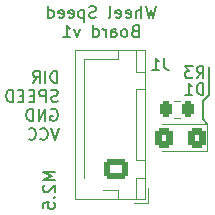
<source format=gbo>
G04 #@! TF.GenerationSoftware,KiCad,Pcbnew,7.0.8*
G04 #@! TF.CreationDate,2023-12-02T16:20:36-07:00*
G04 #@! TF.ProjectId,wheelspeed,77686565-6c73-4706-9565-642e6b696361,v1*
G04 #@! TF.SameCoordinates,Original*
G04 #@! TF.FileFunction,Legend,Bot*
G04 #@! TF.FilePolarity,Positive*
%FSLAX46Y46*%
G04 Gerber Fmt 4.6, Leading zero omitted, Abs format (unit mm)*
G04 Created by KiCad (PCBNEW 7.0.8) date 2023-12-02 16:20:36*
%MOMM*%
%LPD*%
G01*
G04 APERTURE LIST*
G04 Aperture macros list*
%AMRoundRect*
0 Rectangle with rounded corners*
0 $1 Rounding radius*
0 $2 $3 $4 $5 $6 $7 $8 $9 X,Y pos of 4 corners*
0 Add a 4 corners polygon primitive as box body*
4,1,4,$2,$3,$4,$5,$6,$7,$8,$9,$2,$3,0*
0 Add four circle primitives for the rounded corners*
1,1,$1+$1,$2,$3*
1,1,$1+$1,$4,$5*
1,1,$1+$1,$6,$7*
1,1,$1+$1,$8,$9*
0 Add four rect primitives between the rounded corners*
20,1,$1+$1,$2,$3,$4,$5,0*
20,1,$1+$1,$4,$5,$6,$7,0*
20,1,$1+$1,$6,$7,$8,$9,0*
20,1,$1+$1,$8,$9,$2,$3,0*%
G04 Aperture macros list end*
%ADD10C,0.150000*%
%ADD11C,0.120000*%
%ADD12C,4.500000*%
%ADD13RoundRect,0.300000X0.450000X0.575000X-0.450000X0.575000X-0.450000X-0.575000X0.450000X-0.575000X0*%
%ADD14C,1.200000*%
%ADD15RoundRect,0.250000X0.725000X-0.600000X0.725000X0.600000X-0.725000X0.600000X-0.725000X-0.600000X0*%
%ADD16O,1.950000X1.700000*%
%ADD17RoundRect,0.250000X0.262500X0.450000X-0.262500X0.450000X-0.262500X-0.450000X0.262500X-0.450000X0*%
G04 APERTURE END LIST*
D10*
X148900000Y-96400000D02*
X148900000Y-97900000D01*
X149400000Y-95900000D02*
X148900000Y-96400000D01*
X149400000Y-93500000D02*
X149400000Y-95900000D01*
X148900000Y-97900000D02*
X149285000Y-98365000D01*
X144919047Y-88359819D02*
X144680952Y-89359819D01*
X144680952Y-89359819D02*
X144490476Y-88645533D01*
X144490476Y-88645533D02*
X144300000Y-89359819D01*
X144300000Y-89359819D02*
X144061905Y-88359819D01*
X143680952Y-89359819D02*
X143680952Y-88359819D01*
X143252381Y-89359819D02*
X143252381Y-88836009D01*
X143252381Y-88836009D02*
X143300000Y-88740771D01*
X143300000Y-88740771D02*
X143395238Y-88693152D01*
X143395238Y-88693152D02*
X143538095Y-88693152D01*
X143538095Y-88693152D02*
X143633333Y-88740771D01*
X143633333Y-88740771D02*
X143680952Y-88788390D01*
X142395238Y-89312200D02*
X142490476Y-89359819D01*
X142490476Y-89359819D02*
X142680952Y-89359819D01*
X142680952Y-89359819D02*
X142776190Y-89312200D01*
X142776190Y-89312200D02*
X142823809Y-89216961D01*
X142823809Y-89216961D02*
X142823809Y-88836009D01*
X142823809Y-88836009D02*
X142776190Y-88740771D01*
X142776190Y-88740771D02*
X142680952Y-88693152D01*
X142680952Y-88693152D02*
X142490476Y-88693152D01*
X142490476Y-88693152D02*
X142395238Y-88740771D01*
X142395238Y-88740771D02*
X142347619Y-88836009D01*
X142347619Y-88836009D02*
X142347619Y-88931247D01*
X142347619Y-88931247D02*
X142823809Y-89026485D01*
X141538095Y-89312200D02*
X141633333Y-89359819D01*
X141633333Y-89359819D02*
X141823809Y-89359819D01*
X141823809Y-89359819D02*
X141919047Y-89312200D01*
X141919047Y-89312200D02*
X141966666Y-89216961D01*
X141966666Y-89216961D02*
X141966666Y-88836009D01*
X141966666Y-88836009D02*
X141919047Y-88740771D01*
X141919047Y-88740771D02*
X141823809Y-88693152D01*
X141823809Y-88693152D02*
X141633333Y-88693152D01*
X141633333Y-88693152D02*
X141538095Y-88740771D01*
X141538095Y-88740771D02*
X141490476Y-88836009D01*
X141490476Y-88836009D02*
X141490476Y-88931247D01*
X141490476Y-88931247D02*
X141966666Y-89026485D01*
X140919047Y-89359819D02*
X141014285Y-89312200D01*
X141014285Y-89312200D02*
X141061904Y-89216961D01*
X141061904Y-89216961D02*
X141061904Y-88359819D01*
X139823808Y-89312200D02*
X139680951Y-89359819D01*
X139680951Y-89359819D02*
X139442856Y-89359819D01*
X139442856Y-89359819D02*
X139347618Y-89312200D01*
X139347618Y-89312200D02*
X139299999Y-89264580D01*
X139299999Y-89264580D02*
X139252380Y-89169342D01*
X139252380Y-89169342D02*
X139252380Y-89074104D01*
X139252380Y-89074104D02*
X139299999Y-88978866D01*
X139299999Y-88978866D02*
X139347618Y-88931247D01*
X139347618Y-88931247D02*
X139442856Y-88883628D01*
X139442856Y-88883628D02*
X139633332Y-88836009D01*
X139633332Y-88836009D02*
X139728570Y-88788390D01*
X139728570Y-88788390D02*
X139776189Y-88740771D01*
X139776189Y-88740771D02*
X139823808Y-88645533D01*
X139823808Y-88645533D02*
X139823808Y-88550295D01*
X139823808Y-88550295D02*
X139776189Y-88455057D01*
X139776189Y-88455057D02*
X139728570Y-88407438D01*
X139728570Y-88407438D02*
X139633332Y-88359819D01*
X139633332Y-88359819D02*
X139395237Y-88359819D01*
X139395237Y-88359819D02*
X139252380Y-88407438D01*
X138823808Y-88693152D02*
X138823808Y-89693152D01*
X138823808Y-88740771D02*
X138728570Y-88693152D01*
X138728570Y-88693152D02*
X138538094Y-88693152D01*
X138538094Y-88693152D02*
X138442856Y-88740771D01*
X138442856Y-88740771D02*
X138395237Y-88788390D01*
X138395237Y-88788390D02*
X138347618Y-88883628D01*
X138347618Y-88883628D02*
X138347618Y-89169342D01*
X138347618Y-89169342D02*
X138395237Y-89264580D01*
X138395237Y-89264580D02*
X138442856Y-89312200D01*
X138442856Y-89312200D02*
X138538094Y-89359819D01*
X138538094Y-89359819D02*
X138728570Y-89359819D01*
X138728570Y-89359819D02*
X138823808Y-89312200D01*
X137538094Y-89312200D02*
X137633332Y-89359819D01*
X137633332Y-89359819D02*
X137823808Y-89359819D01*
X137823808Y-89359819D02*
X137919046Y-89312200D01*
X137919046Y-89312200D02*
X137966665Y-89216961D01*
X137966665Y-89216961D02*
X137966665Y-88836009D01*
X137966665Y-88836009D02*
X137919046Y-88740771D01*
X137919046Y-88740771D02*
X137823808Y-88693152D01*
X137823808Y-88693152D02*
X137633332Y-88693152D01*
X137633332Y-88693152D02*
X137538094Y-88740771D01*
X137538094Y-88740771D02*
X137490475Y-88836009D01*
X137490475Y-88836009D02*
X137490475Y-88931247D01*
X137490475Y-88931247D02*
X137966665Y-89026485D01*
X136680951Y-89312200D02*
X136776189Y-89359819D01*
X136776189Y-89359819D02*
X136966665Y-89359819D01*
X136966665Y-89359819D02*
X137061903Y-89312200D01*
X137061903Y-89312200D02*
X137109522Y-89216961D01*
X137109522Y-89216961D02*
X137109522Y-88836009D01*
X137109522Y-88836009D02*
X137061903Y-88740771D01*
X137061903Y-88740771D02*
X136966665Y-88693152D01*
X136966665Y-88693152D02*
X136776189Y-88693152D01*
X136776189Y-88693152D02*
X136680951Y-88740771D01*
X136680951Y-88740771D02*
X136633332Y-88836009D01*
X136633332Y-88836009D02*
X136633332Y-88931247D01*
X136633332Y-88931247D02*
X137109522Y-89026485D01*
X135776189Y-89359819D02*
X135776189Y-88359819D01*
X135776189Y-89312200D02*
X135871427Y-89359819D01*
X135871427Y-89359819D02*
X136061903Y-89359819D01*
X136061903Y-89359819D02*
X136157141Y-89312200D01*
X136157141Y-89312200D02*
X136204760Y-89264580D01*
X136204760Y-89264580D02*
X136252379Y-89169342D01*
X136252379Y-89169342D02*
X136252379Y-88883628D01*
X136252379Y-88883628D02*
X136204760Y-88788390D01*
X136204760Y-88788390D02*
X136157141Y-88740771D01*
X136157141Y-88740771D02*
X136061903Y-88693152D01*
X136061903Y-88693152D02*
X135871427Y-88693152D01*
X135871427Y-88693152D02*
X135776189Y-88740771D01*
X143133333Y-90446009D02*
X142990476Y-90493628D01*
X142990476Y-90493628D02*
X142942857Y-90541247D01*
X142942857Y-90541247D02*
X142895238Y-90636485D01*
X142895238Y-90636485D02*
X142895238Y-90779342D01*
X142895238Y-90779342D02*
X142942857Y-90874580D01*
X142942857Y-90874580D02*
X142990476Y-90922200D01*
X142990476Y-90922200D02*
X143085714Y-90969819D01*
X143085714Y-90969819D02*
X143466666Y-90969819D01*
X143466666Y-90969819D02*
X143466666Y-89969819D01*
X143466666Y-89969819D02*
X143133333Y-89969819D01*
X143133333Y-89969819D02*
X143038095Y-90017438D01*
X143038095Y-90017438D02*
X142990476Y-90065057D01*
X142990476Y-90065057D02*
X142942857Y-90160295D01*
X142942857Y-90160295D02*
X142942857Y-90255533D01*
X142942857Y-90255533D02*
X142990476Y-90350771D01*
X142990476Y-90350771D02*
X143038095Y-90398390D01*
X143038095Y-90398390D02*
X143133333Y-90446009D01*
X143133333Y-90446009D02*
X143466666Y-90446009D01*
X142323809Y-90969819D02*
X142419047Y-90922200D01*
X142419047Y-90922200D02*
X142466666Y-90874580D01*
X142466666Y-90874580D02*
X142514285Y-90779342D01*
X142514285Y-90779342D02*
X142514285Y-90493628D01*
X142514285Y-90493628D02*
X142466666Y-90398390D01*
X142466666Y-90398390D02*
X142419047Y-90350771D01*
X142419047Y-90350771D02*
X142323809Y-90303152D01*
X142323809Y-90303152D02*
X142180952Y-90303152D01*
X142180952Y-90303152D02*
X142085714Y-90350771D01*
X142085714Y-90350771D02*
X142038095Y-90398390D01*
X142038095Y-90398390D02*
X141990476Y-90493628D01*
X141990476Y-90493628D02*
X141990476Y-90779342D01*
X141990476Y-90779342D02*
X142038095Y-90874580D01*
X142038095Y-90874580D02*
X142085714Y-90922200D01*
X142085714Y-90922200D02*
X142180952Y-90969819D01*
X142180952Y-90969819D02*
X142323809Y-90969819D01*
X141133333Y-90969819D02*
X141133333Y-90446009D01*
X141133333Y-90446009D02*
X141180952Y-90350771D01*
X141180952Y-90350771D02*
X141276190Y-90303152D01*
X141276190Y-90303152D02*
X141466666Y-90303152D01*
X141466666Y-90303152D02*
X141561904Y-90350771D01*
X141133333Y-90922200D02*
X141228571Y-90969819D01*
X141228571Y-90969819D02*
X141466666Y-90969819D01*
X141466666Y-90969819D02*
X141561904Y-90922200D01*
X141561904Y-90922200D02*
X141609523Y-90826961D01*
X141609523Y-90826961D02*
X141609523Y-90731723D01*
X141609523Y-90731723D02*
X141561904Y-90636485D01*
X141561904Y-90636485D02*
X141466666Y-90588866D01*
X141466666Y-90588866D02*
X141228571Y-90588866D01*
X141228571Y-90588866D02*
X141133333Y-90541247D01*
X140657142Y-90969819D02*
X140657142Y-90303152D01*
X140657142Y-90493628D02*
X140609523Y-90398390D01*
X140609523Y-90398390D02*
X140561904Y-90350771D01*
X140561904Y-90350771D02*
X140466666Y-90303152D01*
X140466666Y-90303152D02*
X140371428Y-90303152D01*
X139609523Y-90969819D02*
X139609523Y-89969819D01*
X139609523Y-90922200D02*
X139704761Y-90969819D01*
X139704761Y-90969819D02*
X139895237Y-90969819D01*
X139895237Y-90969819D02*
X139990475Y-90922200D01*
X139990475Y-90922200D02*
X140038094Y-90874580D01*
X140038094Y-90874580D02*
X140085713Y-90779342D01*
X140085713Y-90779342D02*
X140085713Y-90493628D01*
X140085713Y-90493628D02*
X140038094Y-90398390D01*
X140038094Y-90398390D02*
X139990475Y-90350771D01*
X139990475Y-90350771D02*
X139895237Y-90303152D01*
X139895237Y-90303152D02*
X139704761Y-90303152D01*
X139704761Y-90303152D02*
X139609523Y-90350771D01*
X138466665Y-90303152D02*
X138228570Y-90969819D01*
X138228570Y-90969819D02*
X137990475Y-90303152D01*
X137085713Y-90969819D02*
X137657141Y-90969819D01*
X137371427Y-90969819D02*
X137371427Y-89969819D01*
X137371427Y-89969819D02*
X137466665Y-90112676D01*
X137466665Y-90112676D02*
X137561903Y-90207914D01*
X137561903Y-90207914D02*
X137657141Y-90255533D01*
X136563220Y-94839819D02*
X136563220Y-93839819D01*
X136563220Y-93839819D02*
X136325125Y-93839819D01*
X136325125Y-93839819D02*
X136182268Y-93887438D01*
X136182268Y-93887438D02*
X136087030Y-93982676D01*
X136087030Y-93982676D02*
X136039411Y-94077914D01*
X136039411Y-94077914D02*
X135991792Y-94268390D01*
X135991792Y-94268390D02*
X135991792Y-94411247D01*
X135991792Y-94411247D02*
X136039411Y-94601723D01*
X136039411Y-94601723D02*
X136087030Y-94696961D01*
X136087030Y-94696961D02*
X136182268Y-94792200D01*
X136182268Y-94792200D02*
X136325125Y-94839819D01*
X136325125Y-94839819D02*
X136563220Y-94839819D01*
X135563220Y-94839819D02*
X135563220Y-93839819D01*
X134515602Y-94839819D02*
X134848935Y-94363628D01*
X135087030Y-94839819D02*
X135087030Y-93839819D01*
X135087030Y-93839819D02*
X134706078Y-93839819D01*
X134706078Y-93839819D02*
X134610840Y-93887438D01*
X134610840Y-93887438D02*
X134563221Y-93935057D01*
X134563221Y-93935057D02*
X134515602Y-94030295D01*
X134515602Y-94030295D02*
X134515602Y-94173152D01*
X134515602Y-94173152D02*
X134563221Y-94268390D01*
X134563221Y-94268390D02*
X134610840Y-94316009D01*
X134610840Y-94316009D02*
X134706078Y-94363628D01*
X134706078Y-94363628D02*
X135087030Y-94363628D01*
X136610839Y-96402200D02*
X136467982Y-96449819D01*
X136467982Y-96449819D02*
X136229887Y-96449819D01*
X136229887Y-96449819D02*
X136134649Y-96402200D01*
X136134649Y-96402200D02*
X136087030Y-96354580D01*
X136087030Y-96354580D02*
X136039411Y-96259342D01*
X136039411Y-96259342D02*
X136039411Y-96164104D01*
X136039411Y-96164104D02*
X136087030Y-96068866D01*
X136087030Y-96068866D02*
X136134649Y-96021247D01*
X136134649Y-96021247D02*
X136229887Y-95973628D01*
X136229887Y-95973628D02*
X136420363Y-95926009D01*
X136420363Y-95926009D02*
X136515601Y-95878390D01*
X136515601Y-95878390D02*
X136563220Y-95830771D01*
X136563220Y-95830771D02*
X136610839Y-95735533D01*
X136610839Y-95735533D02*
X136610839Y-95640295D01*
X136610839Y-95640295D02*
X136563220Y-95545057D01*
X136563220Y-95545057D02*
X136515601Y-95497438D01*
X136515601Y-95497438D02*
X136420363Y-95449819D01*
X136420363Y-95449819D02*
X136182268Y-95449819D01*
X136182268Y-95449819D02*
X136039411Y-95497438D01*
X135610839Y-96449819D02*
X135610839Y-95449819D01*
X135610839Y-95449819D02*
X135229887Y-95449819D01*
X135229887Y-95449819D02*
X135134649Y-95497438D01*
X135134649Y-95497438D02*
X135087030Y-95545057D01*
X135087030Y-95545057D02*
X135039411Y-95640295D01*
X135039411Y-95640295D02*
X135039411Y-95783152D01*
X135039411Y-95783152D02*
X135087030Y-95878390D01*
X135087030Y-95878390D02*
X135134649Y-95926009D01*
X135134649Y-95926009D02*
X135229887Y-95973628D01*
X135229887Y-95973628D02*
X135610839Y-95973628D01*
X134610839Y-95926009D02*
X134277506Y-95926009D01*
X134134649Y-96449819D02*
X134610839Y-96449819D01*
X134610839Y-96449819D02*
X134610839Y-95449819D01*
X134610839Y-95449819D02*
X134134649Y-95449819D01*
X133706077Y-95926009D02*
X133372744Y-95926009D01*
X133229887Y-96449819D02*
X133706077Y-96449819D01*
X133706077Y-96449819D02*
X133706077Y-95449819D01*
X133706077Y-95449819D02*
X133229887Y-95449819D01*
X132801315Y-96449819D02*
X132801315Y-95449819D01*
X132801315Y-95449819D02*
X132563220Y-95449819D01*
X132563220Y-95449819D02*
X132420363Y-95497438D01*
X132420363Y-95497438D02*
X132325125Y-95592676D01*
X132325125Y-95592676D02*
X132277506Y-95687914D01*
X132277506Y-95687914D02*
X132229887Y-95878390D01*
X132229887Y-95878390D02*
X132229887Y-96021247D01*
X132229887Y-96021247D02*
X132277506Y-96211723D01*
X132277506Y-96211723D02*
X132325125Y-96306961D01*
X132325125Y-96306961D02*
X132420363Y-96402200D01*
X132420363Y-96402200D02*
X132563220Y-96449819D01*
X132563220Y-96449819D02*
X132801315Y-96449819D01*
X136039411Y-97107438D02*
X136134649Y-97059819D01*
X136134649Y-97059819D02*
X136277506Y-97059819D01*
X136277506Y-97059819D02*
X136420363Y-97107438D01*
X136420363Y-97107438D02*
X136515601Y-97202676D01*
X136515601Y-97202676D02*
X136563220Y-97297914D01*
X136563220Y-97297914D02*
X136610839Y-97488390D01*
X136610839Y-97488390D02*
X136610839Y-97631247D01*
X136610839Y-97631247D02*
X136563220Y-97821723D01*
X136563220Y-97821723D02*
X136515601Y-97916961D01*
X136515601Y-97916961D02*
X136420363Y-98012200D01*
X136420363Y-98012200D02*
X136277506Y-98059819D01*
X136277506Y-98059819D02*
X136182268Y-98059819D01*
X136182268Y-98059819D02*
X136039411Y-98012200D01*
X136039411Y-98012200D02*
X135991792Y-97964580D01*
X135991792Y-97964580D02*
X135991792Y-97631247D01*
X135991792Y-97631247D02*
X136182268Y-97631247D01*
X135563220Y-98059819D02*
X135563220Y-97059819D01*
X135563220Y-97059819D02*
X134991792Y-98059819D01*
X134991792Y-98059819D02*
X134991792Y-97059819D01*
X134515601Y-98059819D02*
X134515601Y-97059819D01*
X134515601Y-97059819D02*
X134277506Y-97059819D01*
X134277506Y-97059819D02*
X134134649Y-97107438D01*
X134134649Y-97107438D02*
X134039411Y-97202676D01*
X134039411Y-97202676D02*
X133991792Y-97297914D01*
X133991792Y-97297914D02*
X133944173Y-97488390D01*
X133944173Y-97488390D02*
X133944173Y-97631247D01*
X133944173Y-97631247D02*
X133991792Y-97821723D01*
X133991792Y-97821723D02*
X134039411Y-97916961D01*
X134039411Y-97916961D02*
X134134649Y-98012200D01*
X134134649Y-98012200D02*
X134277506Y-98059819D01*
X134277506Y-98059819D02*
X134515601Y-98059819D01*
X136706077Y-98669819D02*
X136372744Y-99669819D01*
X136372744Y-99669819D02*
X136039411Y-98669819D01*
X135134649Y-99574580D02*
X135182268Y-99622200D01*
X135182268Y-99622200D02*
X135325125Y-99669819D01*
X135325125Y-99669819D02*
X135420363Y-99669819D01*
X135420363Y-99669819D02*
X135563220Y-99622200D01*
X135563220Y-99622200D02*
X135658458Y-99526961D01*
X135658458Y-99526961D02*
X135706077Y-99431723D01*
X135706077Y-99431723D02*
X135753696Y-99241247D01*
X135753696Y-99241247D02*
X135753696Y-99098390D01*
X135753696Y-99098390D02*
X135706077Y-98907914D01*
X135706077Y-98907914D02*
X135658458Y-98812676D01*
X135658458Y-98812676D02*
X135563220Y-98717438D01*
X135563220Y-98717438D02*
X135420363Y-98669819D01*
X135420363Y-98669819D02*
X135325125Y-98669819D01*
X135325125Y-98669819D02*
X135182268Y-98717438D01*
X135182268Y-98717438D02*
X135134649Y-98765057D01*
X134134649Y-99574580D02*
X134182268Y-99622200D01*
X134182268Y-99622200D02*
X134325125Y-99669819D01*
X134325125Y-99669819D02*
X134420363Y-99669819D01*
X134420363Y-99669819D02*
X134563220Y-99622200D01*
X134563220Y-99622200D02*
X134658458Y-99526961D01*
X134658458Y-99526961D02*
X134706077Y-99431723D01*
X134706077Y-99431723D02*
X134753696Y-99241247D01*
X134753696Y-99241247D02*
X134753696Y-99098390D01*
X134753696Y-99098390D02*
X134706077Y-98907914D01*
X134706077Y-98907914D02*
X134658458Y-98812676D01*
X134658458Y-98812676D02*
X134563220Y-98717438D01*
X134563220Y-98717438D02*
X134420363Y-98669819D01*
X134420363Y-98669819D02*
X134325125Y-98669819D01*
X134325125Y-98669819D02*
X134182268Y-98717438D01*
X134182268Y-98717438D02*
X134134649Y-98765057D01*
X136369819Y-102436779D02*
X135369819Y-102436779D01*
X135369819Y-102436779D02*
X136084104Y-102770112D01*
X136084104Y-102770112D02*
X135369819Y-103103445D01*
X135369819Y-103103445D02*
X136369819Y-103103445D01*
X135465057Y-103532017D02*
X135417438Y-103579636D01*
X135417438Y-103579636D02*
X135369819Y-103674874D01*
X135369819Y-103674874D02*
X135369819Y-103912969D01*
X135369819Y-103912969D02*
X135417438Y-104008207D01*
X135417438Y-104008207D02*
X135465057Y-104055826D01*
X135465057Y-104055826D02*
X135560295Y-104103445D01*
X135560295Y-104103445D02*
X135655533Y-104103445D01*
X135655533Y-104103445D02*
X135798390Y-104055826D01*
X135798390Y-104055826D02*
X136369819Y-103484398D01*
X136369819Y-103484398D02*
X136369819Y-104103445D01*
X136274580Y-104532017D02*
X136322200Y-104579636D01*
X136322200Y-104579636D02*
X136369819Y-104532017D01*
X136369819Y-104532017D02*
X136322200Y-104484398D01*
X136322200Y-104484398D02*
X136274580Y-104532017D01*
X136274580Y-104532017D02*
X136369819Y-104532017D01*
X135369819Y-105484397D02*
X135369819Y-105008207D01*
X135369819Y-105008207D02*
X135846009Y-104960588D01*
X135846009Y-104960588D02*
X135798390Y-105008207D01*
X135798390Y-105008207D02*
X135750771Y-105103445D01*
X135750771Y-105103445D02*
X135750771Y-105341540D01*
X135750771Y-105341540D02*
X135798390Y-105436778D01*
X135798390Y-105436778D02*
X135846009Y-105484397D01*
X135846009Y-105484397D02*
X135941247Y-105532016D01*
X135941247Y-105532016D02*
X136179342Y-105532016D01*
X136179342Y-105532016D02*
X136274580Y-105484397D01*
X136274580Y-105484397D02*
X136322200Y-105436778D01*
X136322200Y-105436778D02*
X136369819Y-105341540D01*
X136369819Y-105341540D02*
X136369819Y-105103445D01*
X136369819Y-105103445D02*
X136322200Y-105008207D01*
X136322200Y-105008207D02*
X136274580Y-104960588D01*
X148938094Y-95854819D02*
X148938094Y-94854819D01*
X148938094Y-94854819D02*
X148699999Y-94854819D01*
X148699999Y-94854819D02*
X148557142Y-94902438D01*
X148557142Y-94902438D02*
X148461904Y-94997676D01*
X148461904Y-94997676D02*
X148414285Y-95092914D01*
X148414285Y-95092914D02*
X148366666Y-95283390D01*
X148366666Y-95283390D02*
X148366666Y-95426247D01*
X148366666Y-95426247D02*
X148414285Y-95616723D01*
X148414285Y-95616723D02*
X148461904Y-95711961D01*
X148461904Y-95711961D02*
X148557142Y-95807200D01*
X148557142Y-95807200D02*
X148699999Y-95854819D01*
X148699999Y-95854819D02*
X148938094Y-95854819D01*
X147414285Y-95854819D02*
X147985713Y-95854819D01*
X147699999Y-95854819D02*
X147699999Y-94854819D01*
X147699999Y-94854819D02*
X147795237Y-94997676D01*
X147795237Y-94997676D02*
X147890475Y-95092914D01*
X147890475Y-95092914D02*
X147985713Y-95140533D01*
X145627083Y-92754819D02*
X145627083Y-93469104D01*
X145627083Y-93469104D02*
X145674702Y-93611961D01*
X145674702Y-93611961D02*
X145769940Y-93707200D01*
X145769940Y-93707200D02*
X145912797Y-93754819D01*
X145912797Y-93754819D02*
X146008035Y-93754819D01*
X144627083Y-93754819D02*
X145198511Y-93754819D01*
X144912797Y-93754819D02*
X144912797Y-92754819D01*
X144912797Y-92754819D02*
X145008035Y-92897676D01*
X145008035Y-92897676D02*
X145103273Y-92992914D01*
X145103273Y-92992914D02*
X145198511Y-93040533D01*
X148366666Y-94454819D02*
X148699999Y-93978628D01*
X148938094Y-94454819D02*
X148938094Y-93454819D01*
X148938094Y-93454819D02*
X148557142Y-93454819D01*
X148557142Y-93454819D02*
X148461904Y-93502438D01*
X148461904Y-93502438D02*
X148414285Y-93550057D01*
X148414285Y-93550057D02*
X148366666Y-93645295D01*
X148366666Y-93645295D02*
X148366666Y-93788152D01*
X148366666Y-93788152D02*
X148414285Y-93883390D01*
X148414285Y-93883390D02*
X148461904Y-93931009D01*
X148461904Y-93931009D02*
X148557142Y-93978628D01*
X148557142Y-93978628D02*
X148938094Y-93978628D01*
X148033332Y-93454819D02*
X147414285Y-93454819D01*
X147414285Y-93454819D02*
X147747618Y-93835771D01*
X147747618Y-93835771D02*
X147604761Y-93835771D01*
X147604761Y-93835771D02*
X147509523Y-93883390D01*
X147509523Y-93883390D02*
X147461904Y-93931009D01*
X147461904Y-93931009D02*
X147414285Y-94026247D01*
X147414285Y-94026247D02*
X147414285Y-94264342D01*
X147414285Y-94264342D02*
X147461904Y-94359580D01*
X147461904Y-94359580D02*
X147509523Y-94407200D01*
X147509523Y-94407200D02*
X147604761Y-94454819D01*
X147604761Y-94454819D02*
X147890475Y-94454819D01*
X147890475Y-94454819D02*
X147985713Y-94407200D01*
X147985713Y-94407200D02*
X148033332Y-94359580D01*
D11*
X149285000Y-100635000D02*
X145400000Y-100635000D01*
X149285000Y-98365000D02*
X149285000Y-100635000D01*
X145400000Y-98365000D02*
X149285000Y-98365000D01*
X144293750Y-105012500D02*
X143043750Y-105012500D01*
X138033750Y-104722500D02*
X138033750Y-92102500D01*
X144003750Y-104722500D02*
X138033750Y-104722500D01*
X141743750Y-104712500D02*
X141743750Y-103962500D01*
X143243750Y-104712500D02*
X143243750Y-102912500D01*
X143993750Y-104712500D02*
X143243750Y-104712500D01*
X141743750Y-103962500D02*
X140403750Y-103962500D01*
X144293750Y-103762500D02*
X144293750Y-105012500D01*
X143243750Y-102912500D02*
X143993750Y-102912500D01*
X143993750Y-102912500D02*
X143993750Y-104712500D01*
X143243750Y-101412500D02*
X143243750Y-95412500D01*
X143993750Y-101412500D02*
X143243750Y-101412500D01*
X138793750Y-98412500D02*
X138793750Y-102902500D01*
X143243750Y-95412500D02*
X143993750Y-95412500D01*
X143993750Y-95412500D02*
X143993750Y-101412500D01*
X143243750Y-93912500D02*
X143243750Y-92112500D01*
X143993750Y-93912500D02*
X143243750Y-93912500D01*
X138793750Y-92862500D02*
X138793750Y-98412500D01*
X141743750Y-92862500D02*
X138793750Y-92862500D01*
X141743750Y-92112500D02*
X141743750Y-92862500D01*
X143243750Y-92112500D02*
X143993750Y-92112500D01*
X143993750Y-92112500D02*
X143993750Y-93912500D01*
X138033750Y-92102500D02*
X144003750Y-92102500D01*
X144003750Y-92102500D02*
X144003750Y-104722500D01*
X146927064Y-97835000D02*
X146472936Y-97835000D01*
X146927064Y-96365000D02*
X146472936Y-96365000D01*
%LPC*%
D12*
X147500000Y-90412500D03*
X132500000Y-103412500D03*
X132500000Y-90412500D03*
X147500000Y-103412500D03*
D13*
X148400000Y-99500000D03*
X145600000Y-99500000D03*
D14*
X139543750Y-103762500D03*
D15*
X141543750Y-102162500D03*
D16*
X141543750Y-99662500D03*
X141543750Y-97162500D03*
X141543750Y-94662500D03*
D17*
X147612500Y-97100000D03*
X145787500Y-97100000D03*
%LPD*%
M02*

</source>
